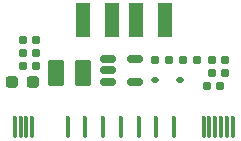
<source format=gbr>
%TF.GenerationSoftware,KiCad,Pcbnew,7.0.0-da2b9df05c~171~ubuntu20.04.1*%
%TF.CreationDate,2023-03-04T21:27:30-05:00*%
%TF.ProjectId,USB 2242,4c6f6769-7465-4636-9820-556e69667969,B*%
%TF.SameCoordinates,Original*%
%TF.FileFunction,Paste,Top*%
%TF.FilePolarity,Positive*%
%FSLAX46Y46*%
G04 Gerber Fmt 4.6, Leading zero omitted, Abs format (unit mm)*
G04 Created by KiCad (PCBNEW 7.0.0-da2b9df05c~171~ubuntu20.04.1) date 2023-03-04 21:27:30*
%MOMM*%
%LPD*%
G01*
G04 APERTURE LIST*
G04 Aperture macros list*
%AMRoundRect*
0 Rectangle with rounded corners*
0 $1 Rounding radius*
0 $2 $3 $4 $5 $6 $7 $8 $9 X,Y pos of 4 corners*
0 Add a 4 corners polygon primitive as box body*
4,1,4,$2,$3,$4,$5,$6,$7,$8,$9,$2,$3,0*
0 Add four circle primitives for the rounded corners*
1,1,$1+$1,$2,$3*
1,1,$1+$1,$4,$5*
1,1,$1+$1,$6,$7*
1,1,$1+$1,$8,$9*
0 Add four rect primitives between the rounded corners*
20,1,$1+$1,$2,$3,$4,$5,0*
20,1,$1+$1,$4,$5,$6,$7,0*
20,1,$1+$1,$6,$7,$8,$9,0*
20,1,$1+$1,$8,$9,$2,$3,0*%
%AMFreePoly0*
4,1,15,-0.175000,0.812500,-0.168339,0.845985,-0.149372,0.874372,-0.120985,0.893339,-0.087500,0.900000,0.087500,0.900000,0.120985,0.893339,0.149372,0.874372,0.168339,0.845985,0.175000,0.812500,0.175000,-0.760000,0.035000,-0.900000,-0.035000,-0.900000,-0.175000,-0.760000,-0.175000,0.812500,-0.175000,0.812500,$1*%
G04 Aperture macros list end*
%ADD10RoundRect,0.150000X-0.512500X-0.150000X0.512500X-0.150000X0.512500X0.150000X-0.512500X0.150000X0*%
%ADD11RoundRect,0.155000X-0.212500X-0.155000X0.212500X-0.155000X0.212500X0.155000X-0.212500X0.155000X0*%
%ADD12R,1.250000X3.000000*%
%ADD13RoundRect,0.237500X-0.287500X-0.237500X0.287500X-0.237500X0.287500X0.237500X-0.287500X0.237500X0*%
%ADD14RoundRect,0.155000X0.212500X0.155000X-0.212500X0.155000X-0.212500X-0.155000X0.212500X-0.155000X0*%
%ADD15RoundRect,0.250001X-0.462499X-0.849999X0.462499X-0.849999X0.462499X0.849999X-0.462499X0.849999X0*%
%ADD16FreePoly0,0.000000*%
%ADD17RoundRect,0.112500X0.187500X0.112500X-0.187500X0.112500X-0.187500X-0.112500X0.187500X-0.112500X0*%
%ADD18RoundRect,0.160000X-0.197500X-0.160000X0.197500X-0.160000X0.197500X0.160000X-0.197500X0.160000X0*%
G04 APERTURE END LIST*
D10*
%TO.C,U1*%
X9662500Y6850000D03*
X9662500Y5900000D03*
X9662500Y4950000D03*
X11937500Y4950000D03*
X11937500Y6850000D03*
%TD*%
D11*
%TO.C,C2*%
X16032500Y6800000D03*
X17167500Y6800000D03*
%TD*%
D12*
%TO.C,USB1*%
X14499999Y10119999D03*
X11999999Y10119999D03*
X9999999Y10119999D03*
X7499999Y10119999D03*
%TD*%
D13*
%TO.C,F1*%
X1525000Y4900000D03*
X3275000Y4900000D03*
%TD*%
D14*
%TO.C,C3.3*%
X3567500Y8500000D03*
X2432500Y8500000D03*
%TD*%
D15*
%TO.C,L1*%
X5237500Y5700000D03*
X7562500Y5700000D03*
%TD*%
D11*
%TO.C,C1.2*%
X18432500Y5700000D03*
X19567500Y5700000D03*
%TD*%
%TO.C,C1.1*%
X18032500Y4600000D03*
X19167500Y4600000D03*
%TD*%
D16*
%TO.C,J1*%
X20249999Y1099999D03*
X19749999Y1099999D03*
X19249999Y1099999D03*
X18749999Y1099999D03*
X18249999Y1099999D03*
X17749999Y1099999D03*
X15249999Y1099999D03*
X13749999Y1099999D03*
X12249999Y1099999D03*
X10749999Y1099999D03*
X9249999Y1099999D03*
X7749999Y1099999D03*
X6249999Y1099999D03*
X3249999Y1099999D03*
X2749999Y1099999D03*
X2249999Y1099999D03*
X1749999Y1099999D03*
%TD*%
D14*
%TO.C,C3.1*%
X3567500Y6300000D03*
X2432500Y6300000D03*
%TD*%
%TO.C,C3.2*%
X3567500Y7400000D03*
X2432500Y7400000D03*
%TD*%
D17*
%TO.C,D1*%
X15750000Y5100000D03*
X13650000Y5100000D03*
%TD*%
D18*
%TO.C,R1*%
X13602500Y6800000D03*
X14797500Y6800000D03*
%TD*%
D11*
%TO.C,C1.3*%
X18432500Y6800000D03*
X19567500Y6800000D03*
%TD*%
M02*

</source>
